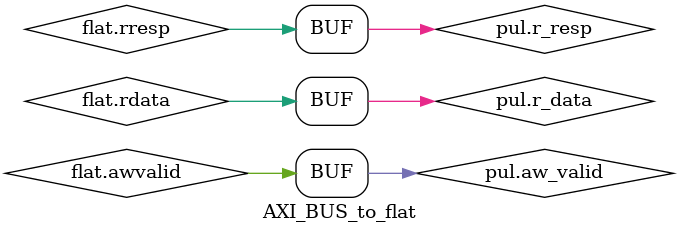
<source format=sv>
module AXI_BUS_to_flat (AXI_BUS.Slave pul, axi4_lite_if flat);

    always_comb begin

        flat.awvalid = pul.aw_valid;
        pul.aw_ready  = flat.awready;
        flat.awaddr  = pul.aw_addr;
        flat.awprot  = pul.aw_prot;

        flat.wvalid  = pul.w_valid;
        pul.w_ready   = flat.wready;
        flat.wdata   = pul.w_data;
        flat.wstrb   = pul.w_strb;

        pul.b_valid   = flat.bvalid;
        flat.bready  = pul.b_ready;
        pul.b_resp    = flat.bresp;

        flat.arvalid = pul.ar_valid;
        pul.ar_ready  = flat.arready;
        flat.araddr  = pul.ar_addr;
        flat.arprot  = pul.ar_prot;

        pul.r_valid   = flat.rvalid;
        flat.rready  = pul.r_ready;
        pul.r_data    = flat.rdata;
        pul.r_resp    = flat.rresp;

    end


endmodule
    

</source>
